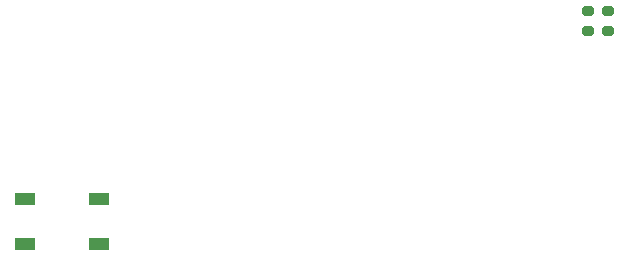
<source format=gbr>
%TF.GenerationSoftware,KiCad,Pcbnew,8.0.3*%
%TF.CreationDate,2024-06-19T10:52:00-07:00*%
%TF.ProjectId,CustomNumpad,43757374-6f6d-44e7-956d-7061642e6b69,rev?*%
%TF.SameCoordinates,Original*%
%TF.FileFunction,Paste,Top*%
%TF.FilePolarity,Positive*%
%FSLAX46Y46*%
G04 Gerber Fmt 4.6, Leading zero omitted, Abs format (unit mm)*
G04 Created by KiCad (PCBNEW 8.0.3) date 2024-06-19 10:52:00*
%MOMM*%
%LPD*%
G01*
G04 APERTURE LIST*
G04 Aperture macros list*
%AMRoundRect*
0 Rectangle with rounded corners*
0 $1 Rounding radius*
0 $2 $3 $4 $5 $6 $7 $8 $9 X,Y pos of 4 corners*
0 Add a 4 corners polygon primitive as box body*
4,1,4,$2,$3,$4,$5,$6,$7,$8,$9,$2,$3,0*
0 Add four circle primitives for the rounded corners*
1,1,$1+$1,$2,$3*
1,1,$1+$1,$4,$5*
1,1,$1+$1,$6,$7*
1,1,$1+$1,$8,$9*
0 Add four rect primitives between the rounded corners*
20,1,$1+$1,$2,$3,$4,$5,0*
20,1,$1+$1,$4,$5,$6,$7,0*
20,1,$1+$1,$6,$7,$8,$9,0*
20,1,$1+$1,$8,$9,$2,$3,0*%
G04 Aperture macros list end*
%ADD10R,1.700000X1.000000*%
%ADD11RoundRect,0.200000X-0.275000X0.200000X-0.275000X-0.200000X0.275000X-0.200000X0.275000X0.200000X0*%
%ADD12RoundRect,0.200000X0.275000X-0.200000X0.275000X0.200000X-0.275000X0.200000X-0.275000X-0.200000X0*%
G04 APERTURE END LIST*
D10*
%TO.C,SW_RESET1*%
X54150000Y-118650000D03*
X47850000Y-118650000D03*
X54150000Y-114850000D03*
X47850000Y-114850000D03*
%TD*%
D11*
%TO.C,R12*%
X95500000Y-98925000D03*
X95500000Y-100575000D03*
%TD*%
D12*
%TO.C,R13*%
X97250000Y-100575000D03*
X97250000Y-98925000D03*
%TD*%
M02*

</source>
